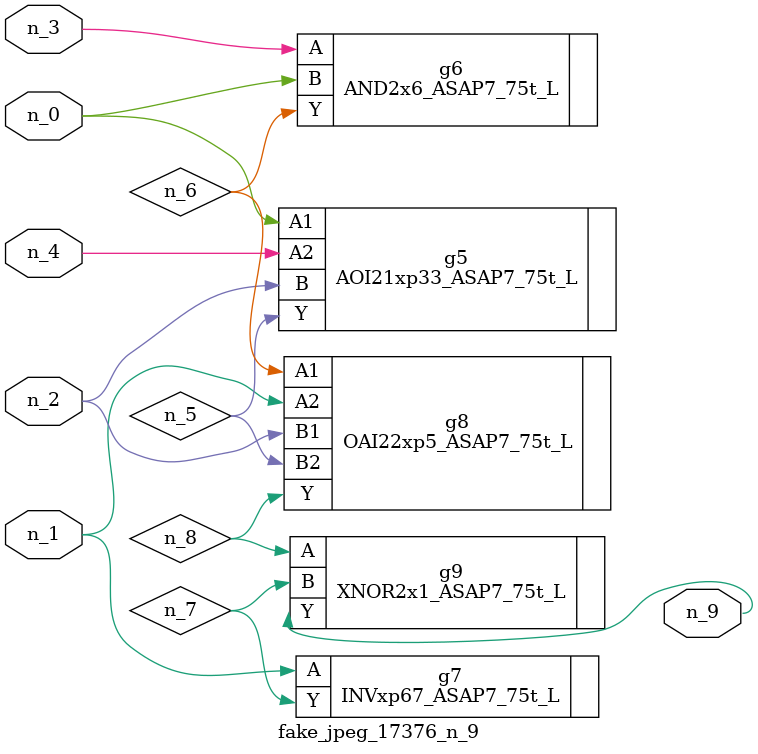
<source format=v>
module fake_jpeg_17376_n_9 (n_3, n_2, n_1, n_0, n_4, n_9);

input n_3;
input n_2;
input n_1;
input n_0;
input n_4;

output n_9;

wire n_8;
wire n_6;
wire n_5;
wire n_7;

AOI21xp33_ASAP7_75t_L g5 ( 
.A1(n_0),
.A2(n_4),
.B(n_2),
.Y(n_5)
);

AND2x6_ASAP7_75t_L g6 ( 
.A(n_3),
.B(n_0),
.Y(n_6)
);

INVxp67_ASAP7_75t_L g7 ( 
.A(n_1),
.Y(n_7)
);

OAI22xp5_ASAP7_75t_L g8 ( 
.A1(n_6),
.A2(n_1),
.B1(n_2),
.B2(n_5),
.Y(n_8)
);

XNOR2x1_ASAP7_75t_L g9 ( 
.A(n_8),
.B(n_7),
.Y(n_9)
);


endmodule
</source>
